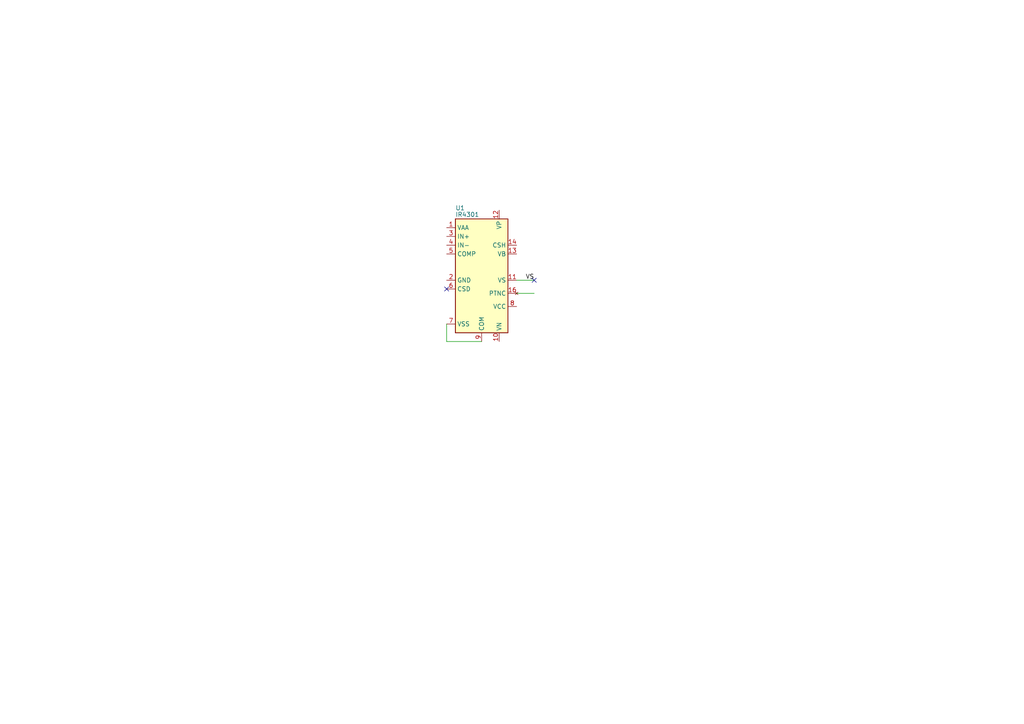
<source format=kicad_sch>
(kicad_sch (version 20201015) (generator eeschema)
  (paper "A4")
  (lib_symbols
    (symbol "Amplifier_Audio:IR4301"
      (property "Reference" "U" (at -7.62 20.955 0))
      (property "Value" "IR4301" (at -7.62 19.05 0))
      (symbol "IR4301_0_1"
        (rectangle (start -7.62 -15.24) (end 7.62 17.78) (stroke (width 0.254)) (fill (type background)))
      )
      (symbol "IR4301_1_1"
        (pin power_in line (at -10.16 15.24 0) (length 2.54) (name "VAA") (number "1"))
        (pin power_in line (at 5.08 -17.78 90) (length 2.54) (name "VN") (number "10"))
        (pin output line (at 10.16 0 180) (length 2.54) (name "VS") (number "11"))
        (pin power_in line (at 5.08 20.32 270) (length 2.54) (name "VP") (number "12"))
        (pin power_in line (at 10.16 7.62 180) (length 2.54) (name "VB") (number "13"))
        (pin passive line (at 10.16 10.16 180) (length 2.54) (name "CSH") (number "14"))
        (pin unconnected line (at -2.54 -17.78 90) (length 2.54) hide (name "COM") (number "15"))
        (pin power_in line (at -10.16 0 0) (length 2.54) (name "GND") (number "2"))
        (pin input line (at -10.16 12.7 0) (length 2.54) (name "IN+") (number "3"))
        (pin input line (at -10.16 10.16 0) (length 2.54) (name "IN-") (number "4"))
        (pin output line (at -10.16 7.62 0) (length 2.54) (name "COMP") (number "5"))
        (pin passive line (at -10.16 -2.54 0) (length 2.54) (name "CSD") (number "6"))
        (pin power_in line (at -10.16 -12.7 0) (length 2.54) (name "VSS") (number "7"))
        (pin power_in line (at 10.16 -7.62 180) (length 2.54) (name "VCC") (number "8"))
        (pin power_in line (at 0 -17.78 90) (length 2.54) (name "COM") (number "9"))
        (pin unconnected line (at 10.16 -3.81 180) (length 2.54) (name "PTNC") (number "16"))
      )
    )
  )
  (no_connect (at 129.54 83.82))
  (no_connect (at 154.94 81.28))
  (wire (pts (xy 129.54 99.06) (xy 129.54 93.98)))
  (wire (pts (xy 139.7 99.06) (xy 129.54 99.06)))
  (wire (pts (xy 149.86 81.28) (xy 154.94 81.28)))
  (wire (pts (xy 149.86 85.09) (xy 154.94 85.09)))
  (label "VS" (at 154.94 81.28 180))
  (symbol (lib_id "Amplifier_Audio:IR4301") (at 139.7 81.28 0) (unit 1)
    (property "Reference" "U1" (at 132.08 60.325 0) (effects (justify left)))
    (property "Value" "IR4301" (at 132.08 62.23 0) (effects (justify left)))
    (property "Footprint" "Package_DFN_QFN:Infineon_PQFN-22-15-4EP_6x5mm_P0.65mm" (effects hide))
    (property "Datasheet" "https://www.infineon.com/dgdl/ir4301.pdf?fileId=5546d462533600a4015355d5fc691819" (effects hide))
  )
)
</source>
